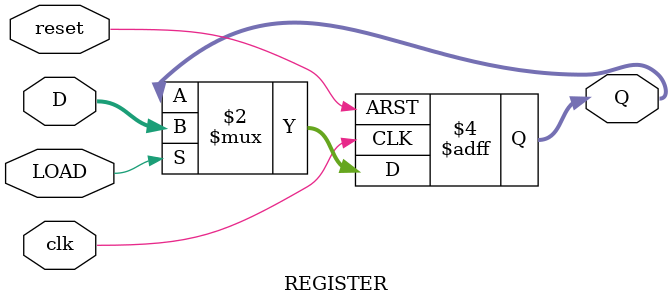
<source format=v>
module REGISTER (clk, reset, LOAD, D, Q);
	input clk, reset, LOAD;
	input [7:0] D;
	output reg [7:0] Q;
	
	always @(posedge clk, posedge reset)
	begin
		if (reset)
			Q <= 8'b0;
		else if (LOAD)
			Q <= D;
	end
	
endmodule

</source>
